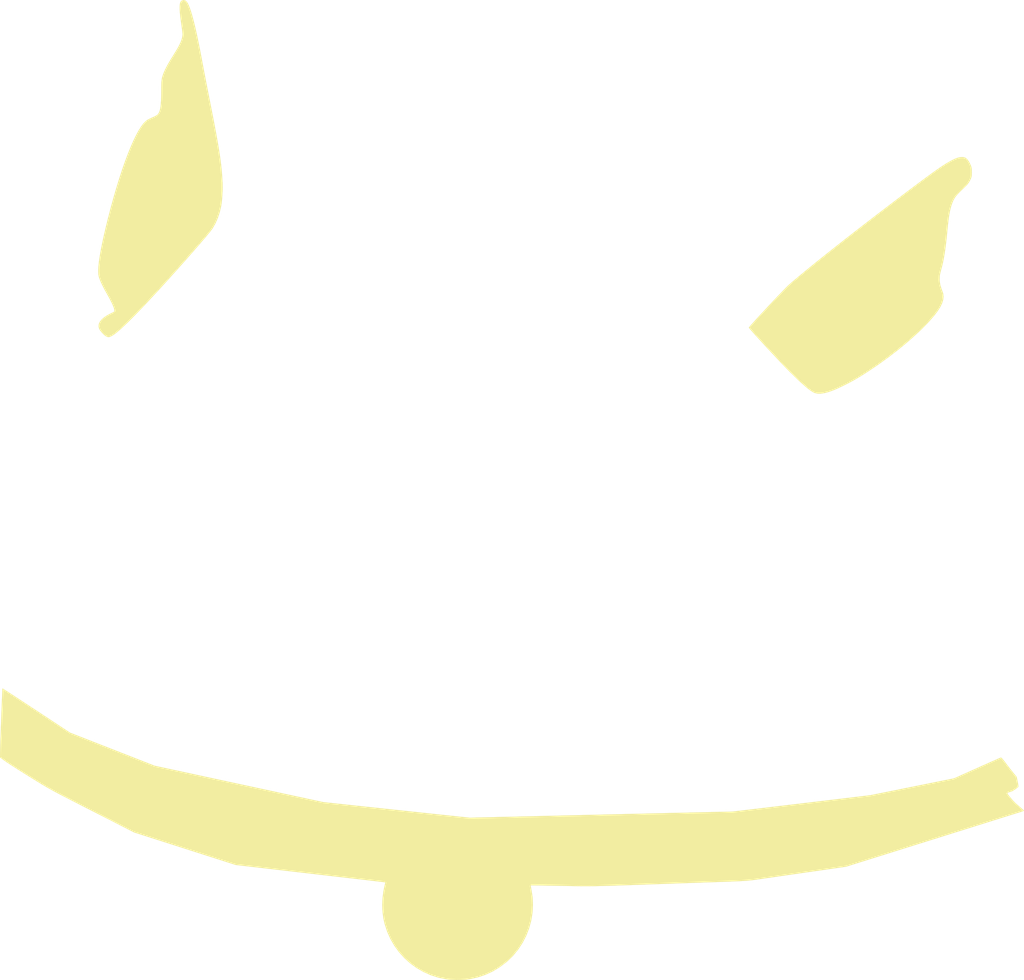
<source format=kicad_pcb>

(kicad_pcb (version 4) (host pcbnew 4.0.7)

	(general
		(links 0)
		(no_connects 0)
		(area 77.052499 41.877835 92.193313 53.630501)
		(thickness 1.6)
		(drawings 8)
		(tracks 0)
		(zones 0)
		(modules 1)
		(nets 1)
	)

	(page A4)
	(layers
		(0 F.Cu signal)
		(31 B.Cu signal)
		(32 B.Adhes user)
		(33 F.Adhes user)
		(34 B.Paste user)
		(35 F.Paste user)
		(36 B.SilkS user)
		(37 F.SilkS user)
		(38 B.Mask user)
		(39 F.Mask user)
		(40 Dwgs.User user)
		(41 Cmts.User user)
		(42 Eco1.User user)
		(43 Eco2.User user)
		(44 Edge.Cuts user)
		(45 Margin user)
		(46 B.CrtYd user)
		(47 F.CrtYd user)
		(48 B.Fab user)
		(49 F.Fab user)
	)

	(setup
		(last_trace_width 0.25)
		(trace_clearance 0.2)
		(zone_clearance 0.508)
		(zone_45_only no)
		(trace_min 0.2)
		(segment_width 0.2)
		(edge_width 0.15)
		(via_size 0.6)
		(via_drill 0.4)
		(via_min_size 0.4)
		(via_min_drill 0.3)
		(uvia_size 0.3)
		(uvia_drill 0.1)
		(uvias_allowed no)
		(uvia_min_size 0.2)
		(uvia_min_drill 0.1)
		(pcb_text_width 0.3)
		(pcb_text_size 1.5 1.5)
		(mod_edge_width 0.15)
		(mod_text_size 1 1)
		(mod_text_width 0.15)
		(pad_size 1.524 1.524)
		(pad_drill 0.762)
		(pad_to_mask_clearance 0.2)
		(aux_axis_origin 0 0)
		(visible_elements FFFFFF7F)
		(pcbplotparams
			(layerselection 0x010f0_80000001)
			(usegerberextensions false)
			(excludeedgelayer true)
			(linewidth 0.100000)
			(plotframeref false)
			(viasonmask false)
			(mode 1)
			(useauxorigin false)
			(hpglpennumber 1)
			(hpglpenspeed 20)
			(hpglpendiameter 15)
			(hpglpenoverlay 2)
			(psnegative false)
			(psa4output false)
			(plotreference true)
			(plotvalue true)
			(plotinvisibletext false)
			(padsonsilk false)
			(subtractmaskfromsilk false)
			(outputformat 1)
			(mirror false)
			(drillshape 1)
			(scaleselection 1)
			(outputdirectory gerbers/))
	)

	(net 0 "")

	(net_class Default "This is the default net class."
		(clearance 0.2)
		(trace_width 0.25)
		(via_dia 0.6)
		(via_drill 0.4)
		(uvia_dia 0.3)
		(uvia_drill 0.1)
	)
(module LOGO (layer F.Cu)
  (at 0 0)
 (fp_text reference "G***" (at 0 0) (layer F.SilkS) hide
  (effects (font (thickness 0.3)))
  )
  (fp_text value "LOGO" (at 0.75 0) (layer F.SilkS) hide
  (effects (font (thickness 0.3)))
  )
  (fp_poly (pts (xy -48.803365 22.007192) (xy -48.701038 22.071112) (xy -48.538199 22.175150) (xy -48.319902 22.316014) (xy -48.051201 22.490409) (xy -47.737150 22.695043) (xy -47.382804 22.926624) (xy -46.993216 23.181859)
     (xy -46.573441 23.457454) (xy -46.128533 23.750117) (xy -45.695549 24.035446) (xy -42.566166 26.099404) (xy -34.692198 29.179832) (xy -32.850682 29.576571) (xy -32.427241 29.667834) (xy -31.995201 29.761017)
     (xy -31.568989 29.853003) (xy -31.163033 29.940676) (xy -30.791757 30.020922) (xy -30.469590 30.090622) (xy -30.210956 30.146662) (xy -30.141333 30.161773) (xy -29.950315 30.203182) (xy -29.685948 30.260380)
     (xy -29.357651 30.331333) (xy -28.974847 30.414009) (xy -28.546954 30.506375) (xy -28.083393 30.606396) (xy -27.593586 30.712041) (xy -27.086951 30.821274) (xy -26.572909 30.932064) (xy -26.331333 30.984116)
     (xy -25.765950 31.105951) (xy -25.164147 31.235679) (xy -24.540910 31.370069) (xy -23.911224 31.505887) (xy -23.290074 31.639899) (xy -22.692445 31.768874) (xy -22.133323 31.889577) (xy -21.627692 31.998776)
     (xy -21.209000 32.089247) (xy -19.028833 32.560500) (xy -17.102666 32.766781) (xy -16.689266 32.811035) (xy -16.264739 32.856439) (xy -15.823083 32.903634) (xy -15.358294 32.953260) (xy -14.864368 33.005955)
     (xy -14.335301 33.062361) (xy -13.765090 33.123115) (xy -13.147731 33.188858) (xy -12.477219 33.260230) (xy -11.747553 33.337870) (xy -10.952727 33.422418) (xy -10.086738 33.514514) (xy -9.143583 33.614796)
     (xy -8.974666 33.632755) (xy -8.550486 33.677810) (xy -8.116213 33.723860) (xy -7.687128 33.769291) (xy -7.278513 33.812486) (xy -6.905648 33.851831) (xy -6.583815 33.885711) (xy -6.328295 33.912511)
     (xy -6.292573 33.916244) (xy -5.409646 34.008455) (xy -1.339573 33.914381) (xy -0.688109 33.899294) (xy -0.009896 33.883530) (xy 0.683449 33.867364) (xy 1.380308 33.851069) (xy 2.069064 33.834917)
     (xy 2.738102 33.819182) (xy 3.375803 33.804136) (xy 3.970551 33.790053) (xy 4.510729 33.777206) (xy 4.984719 33.765867) (xy 5.228167 33.760007) (xy 5.592336 33.751268) (xy 6.032893 33.740785)
     (xy 6.541582 33.728753) (xy 7.110147 33.715363) (xy 7.730331 33.700808) (xy 8.393879 33.685281) (xy 9.092534 33.668975) (xy 9.818040 33.652083) (xy 10.562141 33.634797) (xy 11.316580 33.617310)
     (xy 12.073101 33.599814) (xy 12.823448 33.582503) (xy 13.377334 33.569754) (xy 19.028834 33.439803) (xy 21.357167 33.164948) (xy 21.757088 33.117675) (xy 22.230049 33.061660) (xy 22.765020 32.998215)
     (xy 23.350973 32.928650) (xy 23.976879 32.854277) (xy 24.631709 32.776408) (xy 25.304435 32.696353) (xy 25.984029 32.615424) (xy 26.659461 32.534933) (xy 27.319702 32.456190) (xy 27.754151 32.404338)
     (xy 31.822801 31.918582) (xy 35.712817 31.134479) (xy 39.602834 30.350375) (xy 41.740667 29.393198) (xy 42.141638 29.213889) (xy 42.520625 29.044833) (xy 42.870372 28.889238) (xy 43.183620 28.750313)
     (xy 43.453111 28.631268) (xy 43.671588 28.535310) (xy 43.831793 28.465650) (xy 43.926468 28.425495) (xy 43.948982 28.416848) (xy 43.996368 28.431896) (xy 44.071966 28.499788) (xy 44.180875 28.626105)
     (xy 44.328193 28.816425) (xy 44.389697 28.899088) (xy 44.558824 29.124806) (xy 44.747056 29.370650) (xy 44.931659 29.607210) (xy 45.089896 29.805074) (xy 45.092507 29.808276) (xy 45.425084 30.216053)
     (xy 45.515312 30.666312) (xy 45.550419 30.849809) (xy 45.575927 30.999594) (xy 45.589070 31.098231) (xy 45.588687 31.128713) (xy 45.550199 31.159928) (xy 45.464631 31.230758) (xy 45.349805 31.326444)
     (xy 45.339000 31.335473) (xy 45.078880 31.511995) (xy 44.852167 31.602400) (xy 44.712347 31.645952) (xy 44.605265 31.686180) (xy 44.559996 31.710308) (xy 44.567293 31.757640) (xy 44.622676 31.853423)
     (xy 44.717398 31.983352) (xy 44.757781 32.033705) (xy 44.958712 32.273814) (xy 45.133272 32.468659) (xy 45.304567 32.641676) (xy 45.495706 32.816305) (xy 45.709417 32.998931) (xy 45.860780 33.128063)
     (xy 45.984938 33.238408) (xy 46.069228 33.318395) (xy 46.100988 33.356456) (xy 46.101000 33.356704) (xy 46.062836 33.379161) (xy 45.958093 33.420323) (xy 45.801396 33.474926) (xy 45.607369 33.537706)
     (xy 45.540084 33.558572) (xy 45.361408 33.613725) (xy 45.116590 33.689754) (xy 44.820243 33.782097) (xy 44.486979 33.886192) (xy 44.131411 33.997476) (xy 43.768152 34.111387) (xy 43.561000 34.176451)
     (xy 43.336308 34.247041) (xy 43.037617 34.340830) (xy 42.671719 34.455689) (xy 42.245405 34.589486) (xy 41.765465 34.740092) (xy 41.238689 34.905376) (xy 40.671870 35.083206) (xy 40.071797 35.271454)
     (xy 39.445261 35.467987) (xy 38.799052 35.670677) (xy 38.139963 35.877391) (xy 37.474783 36.086000) (xy 37.062834 36.215184) (xy 36.402291 36.422324) (xy 35.746919 36.627848) (xy 35.103191 36.829728)
     (xy 34.477579 37.025931) (xy 33.876558 37.214429) (xy 33.306601 37.393190) (xy 32.774181 37.560184) (xy 32.285772 37.713381) (xy 31.847846 37.850751) (xy 31.466878 37.970262) (xy 31.149340 38.069886)
     (xy 30.901707 38.147591) (xy 30.776334 38.186941) (xy 29.569834 38.565686) (xy 26.331334 39.032808) (xy 25.776236 39.112909) (xy 25.214614 39.194014) (xy 24.656798 39.274629) (xy 24.113118 39.353257)
     (xy 23.593905 39.428403) (xy 23.109488 39.498572) (xy 22.670197 39.562267) (xy 22.286362 39.617994) (xy 21.968313 39.664257) (xy 21.780500 39.691649) (xy 21.535245 39.727424) (xy 21.315572 39.758966)
     (xy 21.114342 39.786739) (xy 20.924415 39.811208) (xy 20.738652 39.832837) (xy 20.549914 39.852089) (xy 20.351062 39.869428) (xy 20.134956 39.885319) (xy 19.894458 39.900225) (xy 19.622428 39.914612)
     (xy 19.311728 39.928941) (xy 18.955217 39.943679) (xy 18.545757 39.959288) (xy 18.076209 39.976232) (xy 17.539432 39.994977) (xy 16.928289 40.015985) (xy 16.637000 40.025962) (xy 16.154163 40.042566)
     (xy 15.624101 40.060907) (xy 15.068670 40.080223) (xy 14.509727 40.099749) (xy 13.969127 40.118723) (xy 13.468726 40.136381) (xy 13.030381 40.151958) (xy 13.017500 40.152418) (xy 12.116924 40.184593)
     (xy 11.295703 40.213893) (xy 10.548580 40.240423) (xy 9.870296 40.264284) (xy 9.255593 40.285580) (xy 8.699213 40.304413) (xy 8.195897 40.320887) (xy 7.740386 40.335104) (xy 7.327423 40.347167)
     (xy 6.951749 40.357179) (xy 6.608106 40.365244) (xy 6.291235 40.371463) (xy 5.995878 40.375940) (xy 5.716776 40.378777) (xy 5.448672 40.380079) (xy 5.186307 40.379946) (xy 4.924422 40.378483)
     (xy 4.657759 40.375793) (xy 4.381061 40.371977) (xy 4.089067 40.367139) (xy 3.776521 40.361383) (xy 3.438163 40.354810) (xy 3.068736 40.347524) (xy 3.057776 40.347308) (xy 2.581628 40.338278)
     (xy 2.130733 40.330374) (xy 1.712173 40.323680) (xy 1.333029 40.318276) (xy 1.000384 40.314246) (xy 0.721320 40.311672) (xy 0.502920 40.310636) (xy 0.352264 40.311222) (xy 0.276436 40.313510)
     (xy 0.268688 40.314868) (xy 0.266391 40.363874) (xy 0.280452 40.473259) (xy 0.307900 40.620970) (xy 0.313441 40.647174) (xy 0.429795 41.384483) (xy 0.465066 42.125250) (xy 0.421619 42.862534)
     (xy 0.301816 43.589389) (xy 0.108022 44.298873) (xy -0.157400 44.984043) (xy -0.492086 45.637953) (xy -0.893674 46.253662) (xy -1.359798 46.824225) (xy -1.888097 47.342699) (xy -1.997706 47.436761)
     (xy -2.621633 47.910294) (xy -3.270575 48.303596) (xy -3.948457 48.618435) (xy -4.659199 48.856578) (xy -5.406725 49.019792) (xy -5.566833 49.044438) (xy -5.890758 49.077902) (xy -6.267569 49.095954)
     (xy -6.667202 49.098694) (xy -7.059590 49.086218) (xy -7.414668 49.058625) (xy -7.577666 49.037873) (xy -8.321843 48.884329) (xy -9.035327 48.654625) (xy -9.713544 48.353137) (xy -10.351922 47.984242)
     (xy -10.945886 47.552316) (xy -11.490864 47.061736) (xy -11.982282 46.516879) (xy -12.415568 45.922120) (xy -12.786147 45.281837) (xy -13.089447 44.600406) (xy -13.320894 43.882203) (xy -13.421392 43.445538)
     (xy -13.511720 42.807898) (xy -13.541842 42.137175) (xy -13.512351 41.459212) (xy -13.423838 40.799849) (xy -13.353145 40.466541) (xy -13.311167 40.288032) (xy -13.279509 40.143386) (xy -13.261861 40.050122)
     (xy -13.260067 40.024403) (xy -13.303141 40.017538) (xy -13.421853 40.002091) (xy -13.607722 39.979080) (xy -13.852264 39.949523) (xy -14.146997 39.914438) (xy -14.483440 39.874845) (xy -14.853109 39.831762)
     (xy -15.155333 39.796820) (xy -15.450723 39.762758) (xy -15.822198 39.719881) (xy -16.261739 39.669116) (xy -16.761328 39.611389) (xy -17.312944 39.547630) (xy -17.908570 39.478764) (xy -18.540186 39.405718)
     (xy -19.199773 39.329422) (xy -19.879312 39.250801) (xy -20.570784 39.170782) (xy -21.266170 39.090294) (xy -21.957451 39.010264) (xy -22.098000 38.993990) (xy -27.156833 38.408225) (xy -31.877000 36.895857)
     (xy -36.597166 35.383489) (xy -37.655500 34.842053) (xy -37.985502 34.673290) (xy -38.367735 34.477925) (xy -38.778998 34.267808) (xy -39.196091 34.054791) (xy -39.595814 33.850723) (xy -39.920333 33.685125)
     (xy -40.590067 33.343494) (xy -41.190016 33.037399) (xy -41.725767 32.763806) (xy -42.202904 32.519679) (xy -42.627013 32.301982) (xy -43.003681 32.107679) (xy -43.338492 31.933735) (xy -43.637031 31.777114)
     (xy -43.904885 31.634782) (xy -44.147639 31.503701) (xy -44.370878 31.380837) (xy -44.580188 31.263154) (xy -44.781155 31.147616) (xy -44.979363 31.031188) (xy -45.180399 30.910834) (xy -45.389848 30.783519)
     (xy -45.613295 30.646206) (xy -45.856327 30.495861) (xy -46.124528 30.329448) (xy -46.333833 30.199541) (xy -46.713743 29.962836) (xy -47.084524 29.729939) (xy -47.437470 29.506444) (xy -47.763874 29.297947)
     (xy -48.055027 29.110045) (xy -48.302224 28.948333) (xy -48.496757 28.818407) (xy -48.629918 28.725863) (xy -48.651583 28.709982) (xy -49.064333 28.402362) (xy -49.063835 28.075931) (xy -49.062220 27.965423)
     (xy -49.057797 27.785544) (xy -49.050866 27.544453) (xy -49.041727 27.250310) (xy -49.030680 26.911274) (xy -49.018024 26.535505) (xy -49.004059 26.131163) (xy -48.989086 25.706405) (xy -48.973403 25.269393)
     (xy -48.957310 24.828285) (xy -48.941108 24.391242) (xy -48.925095 23.966421) (xy -48.909573 23.561983) (xy -48.894840 23.186088) (xy -48.881196 22.846894) (xy -48.868942 22.552562) (xy -48.858376 22.311250)
     (xy -48.849799 22.131118) (xy -48.843510 22.020325) (xy -48.840126 21.986682) (xy -48.803365 22.007192) )(layer F.SilkS) (width  0.010000)
  )
  (fp_poly (pts (xy 40.615307 -27.379952) (xy 40.666847 -27.353623) (xy 40.830552 -27.215526) (xy 40.979520 -27.013582) (xy 41.121015 -26.737781) (xy 41.132183 -26.712333) (xy 41.189540 -26.569481) (xy 41.225279 -26.443173)
     (xy 41.244387 -26.304451) (xy 41.251847 -26.124356) (xy 41.252762 -26.011876) (xy 41.251485 -25.812666) (xy 41.242442 -25.669598) (xy 41.219600 -25.554162) (xy 41.176929 -25.437852) (xy 41.108396 -25.292160)
     (xy 41.094547 -25.264053) (xy 41.028140 -25.137329) (xy 40.957974 -25.025032) (xy 40.872361 -24.913332) (xy 40.759614 -24.788400) (xy 40.608045 -24.636409) (xy 40.405967 -24.443528) (xy 40.382059 -24.421014)
     (xy 40.114841 -24.161752) (xy 39.904304 -23.936318) (xy 39.739034 -23.728230) (xy 39.607616 -23.521005) (xy 39.498635 -23.298159) (xy 39.400676 -23.043209) (xy 39.374338 -22.965833) (xy 39.290096 -22.682786)
     (xy 39.215452 -22.364493) (xy 39.148683 -22.000633) (xy 39.088070 -21.580887) (xy 39.031891 -21.094935) (xy 38.989624 -20.658666) (xy 38.909743 -19.847399) (xy 38.824000 -19.118482) (xy 38.732054 -18.469778)
     (xy 38.633561 -17.899151) (xy 38.528180 -17.404464) (xy 38.415570 -16.983582) (xy 38.386685 -16.891000) (xy 38.281480 -16.437777) (xy 38.259559 -15.987105) (xy 38.321175 -15.535191) (xy 38.466580 -15.078241)
     (xy 38.514752 -14.965667) (xy 38.600440 -14.705727) (xy 38.627287 -14.433312) (xy 38.593472 -14.144442) (xy 38.497175 -13.835138) (xy 38.336575 -13.501422) (xy 38.109852 -13.139316) (xy 37.815185 -12.744840)
     (xy 37.450755 -12.314016) (xy 37.152156 -11.987603) (xy 36.541367 -11.367088) (xy 35.860546 -10.729455) (xy 35.120288 -10.083425) (xy 34.331189 -9.437719) (xy 33.503843 -8.801058) (xy 32.648847 -8.182162)
     (xy 31.940500 -7.698000) (xy 31.476059 -7.392340) (xy 31.062389 -7.128081) (xy 30.682846 -6.895398) (xy 30.320787 -6.684469) (xy 29.959569 -6.485471) (xy 29.582549 -6.288581) (xy 29.376062 -6.184436)
     (xy 28.830053 -5.924042) (xy 28.343809 -5.718476) (xy 27.913440 -5.566739) (xy 27.535058 -5.467830) (xy 27.204775 -5.420751) (xy 26.918703 -5.424500) (xy 26.672953 -5.478077) (xy 26.654702 -5.484566)
     (xy 26.488150 -5.563219) (xy 26.285709 -5.691093) (xy 26.044619 -5.870533) (xy 25.762116 -6.103883) (xy 25.435440 -6.393489) (xy 25.061828 -6.741694) (xy 24.638518 -7.150843) (xy 24.315987 -7.469942)
     (xy 24.136746 -7.651070) (xy 23.923612 -7.870417) (xy 23.682281 -8.121824) (xy 23.418448 -8.399132) (xy 23.137809 -8.696181) (xy 22.846060 -9.006813) (xy 22.548897 -9.324868) (xy 22.252017 -9.644187)
     (xy 21.961114 -9.958611) (xy 21.681884 -10.261980) (xy 21.420025 -10.548136) (xy 21.181230 -10.810920) (xy 20.971198 -11.044171) (xy 20.795622 -11.241731) (xy 20.660200 -11.397442) (xy 20.570627 -11.505142)
     (xy 20.532598 -11.558674) (xy 20.531667 -11.562073) (xy 20.559958 -11.605428) (xy 20.640871 -11.703579) (xy 20.768470 -11.850172) (xy 20.936815 -12.038855) (xy 21.139968 -12.263276) (xy 21.371991 -12.517081)
     (xy 21.626946 -12.793920) (xy 21.898895 -13.087438) (xy 22.181899 -13.391284) (xy 22.470020 -13.699104) (xy 22.757320 -14.004547) (xy 23.037860 -14.301261) (xy 23.305703 -14.582891) (xy 23.554910 -14.843086)
     (xy 23.779544 -15.075494) (xy 23.973665 -15.273761) (xy 24.131335 -15.431536) (xy 24.246617 -15.542465) (xy 24.284032 -15.576234) (xy 24.723519 -15.953307) (xy 25.227409 -16.376594) (xy 25.791462 -16.842748)
     (xy 26.411438 -17.348419) (xy 27.083097 -17.890261) (xy 27.802196 -18.464924) (xy 28.564497 -19.069062) (xy 29.365759 -19.699325) (xy 30.201741 -20.352366) (xy 31.068202 -21.024838) (xy 31.960903 -21.713390)
     (xy 32.875602 -22.414677) (xy 33.808059 -23.125349) (xy 34.734500 -23.827303) (xy 35.359973 -24.299188) (xy 35.923098 -24.722480) (xy 36.428504 -25.100380) (xy 36.880818 -25.436088) (xy 37.284670 -25.732804)
     (xy 37.644687 -25.993729) (xy 37.965500 -26.222063) (xy 38.251736 -26.421008) (xy 38.508023 -26.593762) (xy 38.738991 -26.743528) (xy 38.949268 -26.873505) (xy 39.143482 -26.986893) (xy 39.326262 -27.086894)
     (xy 39.502237 -27.176707) (xy 39.676036 -27.259533) (xy 39.741404 -27.289359) (xy 39.978363 -27.373126) (xy 40.217640 -27.417164) (xy 40.437275 -27.419947) (xy 40.615307 -27.379952) )(layer F.SilkS) (width  0.010000)
  )
  (fp_poly (pts (xy -31.817284 -41.964318) (xy -31.679964 -41.823586) (xy -31.586672 -41.667868) (xy -31.470335 -41.403215) (xy -31.346287 -41.055317) (xy -31.214786 -40.625218) (xy -31.076089 -40.113962) (xy -30.930455 -39.522596)
     (xy -30.778140 -38.852164) (xy -30.619404 -38.103711) (xy -30.454503 -37.278281) (xy -30.289200 -36.406666) (xy -30.224336 -36.059849) (xy -30.145788 -35.645419) (xy -30.056535 -35.178776) (xy -29.959553 -34.675319)
     (xy -29.857817 -34.150449) (xy -29.754304 -33.619565) (xy -29.651991 -33.098065) (xy -29.553854 -32.601349) (xy -29.548725 -32.575500) (xy -29.381355 -31.727791) (xy -29.231057 -30.956378) (xy -29.096840 -30.254839)
     (xy -28.977714 -29.616752) (xy -28.872688 -29.035695) (xy -28.780771 -28.505245) (xy -28.700974 -28.018982) (xy -28.632305 -27.570484) (xy -28.573774 -27.153327) (xy -28.524392 -26.761091) (xy -28.483166 -26.387354)
     (xy -28.449108 -26.025693) (xy -28.421226 -25.669687) (xy -28.398529 -25.312913) (xy -28.383269 -25.019000) (xy -28.375881 -24.663825) (xy -28.383317 -24.265351) (xy -28.403944 -23.850421) (xy -28.436130 -23.445880)
     (xy -28.478242 -23.078569) (xy -28.515681 -22.841917) (xy -28.644334 -22.291913) (xy -28.821622 -21.757144) (xy -29.039375 -21.258450) (xy -29.289424 -20.816673) (xy -29.338239 -20.743333) (xy -29.431201 -20.617612)
     (xy -29.576616 -20.434707) (xy -29.769821 -20.199938) (xy -30.006155 -19.918623) (xy -30.280955 -19.596080) (xy -30.589561 -19.237627) (xy -30.927309 -18.848582) (xy -31.289538 -18.434265) (xy -31.671586 -17.999992)
     (xy -32.068791 -17.551083) (xy -32.476491 -17.092856) (xy -32.890024 -16.630629) (xy -33.304729 -16.169720) (xy -33.715942 -15.715447) (xy -34.119004 -15.273129) (xy -34.440694 -14.922500) (xy -35.084370 -14.227551)
     (xy -35.675915 -13.597843) (xy -36.216168 -13.032564) (xy -36.705966 -12.530903) (xy -37.146146 -12.092048) (xy -37.537546 -11.715188) (xy -37.881003 -11.399511) (xy -38.177356 -11.144206) (xy -38.427440 -10.948461)
     (xy -38.632094 -10.811465) (xy -38.744326 -10.752089) (xy -38.868230 -10.698806) (xy -38.953613 -10.678011) (xy -39.038528 -10.686075) (xy -39.142838 -10.714089) (xy -39.242116 -10.768280) (xy -39.372384 -10.873589)
     (xy -39.515970 -11.011846) (xy -39.655204 -11.164883) (xy -39.772413 -11.314531) (xy -39.848535 -11.439659) (xy -39.910132 -11.660507) (xy -39.889664 -11.885043) (xy -39.789444 -12.109955) (xy -39.611783 -12.331931)
     (xy -39.358994 -12.547657) (xy -39.033388 -12.753822) (xy -38.872327 -12.838330) (xy -38.429865 -13.058271) (xy -38.450401 -13.240466) (xy -38.486029 -13.387185) (xy -38.564484 -13.594757) (xy -38.681386 -13.853750)
     (xy -38.832354 -14.154731) (xy -39.013007 -14.488270) (xy -39.106113 -14.652191) (xy -39.345249 -15.081338) (xy -39.549175 -15.476471) (xy -39.712655 -15.826908) (xy -39.830454 -16.121969) (xy -39.840256 -16.150166)
     (xy -39.885685 -16.295830) (xy -39.914806 -16.430240) (xy -39.930621 -16.578808) (xy -39.936129 -16.766943) (xy -39.935239 -16.954500) (xy -39.917661 -17.292227) (xy -39.872726 -17.706332) (xy -39.801099 -18.193298)
     (xy -39.703445 -18.749608) (xy -39.580428 -19.371744) (xy -39.432715 -20.056190) (xy -39.260970 -20.799429) (xy -39.065858 -21.597942) (xy -39.030607 -21.738166) (xy -38.773074 -22.729788) (xy -38.511439 -23.681266)
     (xy -38.246990 -24.589319) (xy -37.981015 -25.450668) (xy -37.714801 -26.262033) (xy -37.449637 -27.020133) (xy -37.186809 -27.721687) (xy -36.927606 -28.363417) (xy -36.673316 -28.942041) (xy -36.425225 -29.454279)
     (xy -36.184623 -29.896852) (xy -35.952797 -30.266478) (xy -35.731034 -30.559878) (xy -35.520622 -30.773771) (xy -35.466368 -30.817132) (xy -35.330171 -30.904193) (xy -35.148274 -31.000528) (xy -34.955151 -31.088196)
     (xy -34.912549 -31.105334) (xy -34.724952 -31.188017) (xy -34.557875 -31.278440) (xy -34.438874 -31.361399) (xy -34.424307 -31.374737) (xy -34.335121 -31.485588) (xy -34.261203 -31.632740) (xy -34.201501 -31.823098)
     (xy -34.154963 -32.063566) (xy -34.120536 -32.361047) (xy -34.097169 -32.722447) (xy -34.083808 -33.154670) (xy -34.079425 -33.637645) (xy -34.077839 -33.956708) (xy -34.073232 -34.206711) (xy -34.064511 -34.403239)
     (xy -34.050588 -34.561876) (xy -34.030370 -34.698208) (xy -34.002768 -34.827819) (xy -33.993495 -34.865311) (xy -33.892408 -35.175817) (xy -33.732263 -35.543848) (xy -33.514119 -35.967312) (xy -33.239035 -36.444117)
     (xy -32.999477 -36.830000) (xy -32.754126 -37.223329) (xy -32.556421 -37.560035) (xy -32.401442 -37.849870) (xy -32.284273 -38.102584) (xy -32.199993 -38.327929) (xy -32.147240 -38.519618) (xy -32.123570 -38.630357)
     (xy -32.108666 -38.726888) (xy -32.103172 -38.825492) (xy -32.107732 -38.942455) (xy -32.122990 -39.094060) (xy -32.149588 -39.296591) (xy -32.188172 -39.566332) (xy -32.188791 -39.570593) (xy -32.260602 -40.084770)
     (xy -32.315001 -40.522258) (xy -32.351817 -40.889259) (xy -32.370882 -41.191977) (xy -32.372025 -41.436614) (xy -32.355077 -41.629373) (xy -32.319869 -41.776458) (xy -32.266232 -41.884071) (xy -32.193995 -41.958415)
     (xy -32.122473 -41.998198) (xy -31.965382 -42.022888) (xy -31.817284 -41.964318) )(layer F.SilkS) (width  0.010000)
  )
)

)

</source>
